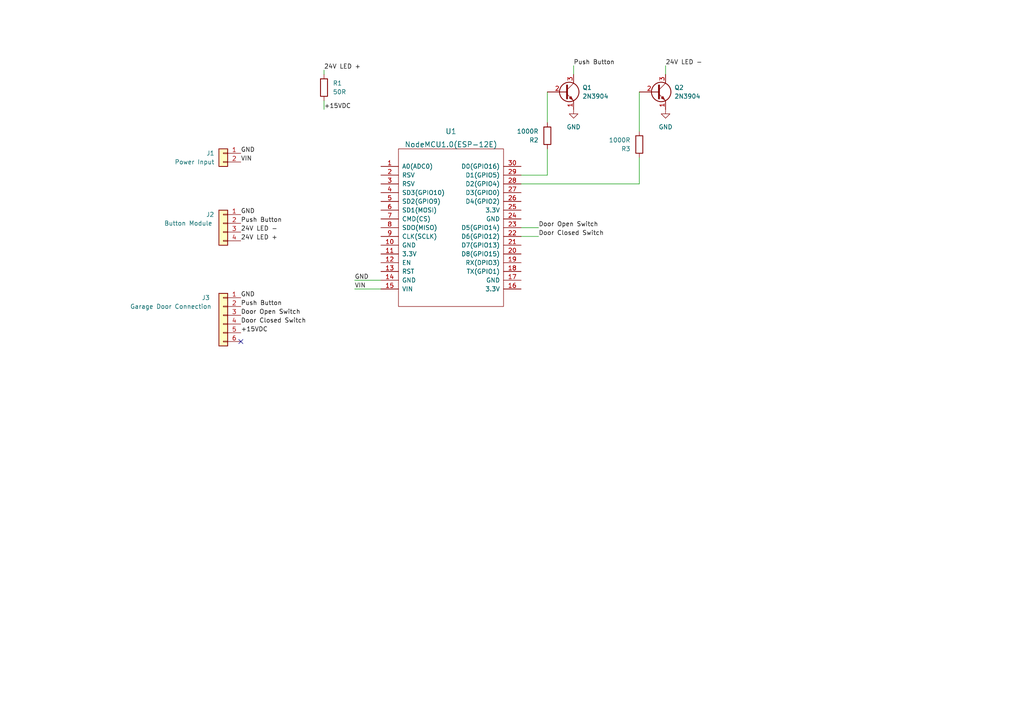
<source format=kicad_sch>
(kicad_sch (version 20211123) (generator eeschema)

  (uuid 1b4b7370-5023-400b-97c7-59a081f61bc1)

  (paper "A4")

  (lib_symbols
    (symbol "Connector_Generic:Conn_01x02" (pin_names (offset 1.016) hide) (in_bom yes) (on_board yes)
      (property "Reference" "J" (id 0) (at 0 2.54 0)
        (effects (font (size 1.27 1.27)))
      )
      (property "Value" "Conn_01x02" (id 1) (at 0 -5.08 0)
        (effects (font (size 1.27 1.27)))
      )
      (property "Footprint" "" (id 2) (at 0 0 0)
        (effects (font (size 1.27 1.27)) hide)
      )
      (property "Datasheet" "~" (id 3) (at 0 0 0)
        (effects (font (size 1.27 1.27)) hide)
      )
      (property "ki_keywords" "connector" (id 4) (at 0 0 0)
        (effects (font (size 1.27 1.27)) hide)
      )
      (property "ki_description" "Generic connector, single row, 01x02, script generated (kicad-library-utils/schlib/autogen/connector/)" (id 5) (at 0 0 0)
        (effects (font (size 1.27 1.27)) hide)
      )
      (property "ki_fp_filters" "Connector*:*_1x??_*" (id 6) (at 0 0 0)
        (effects (font (size 1.27 1.27)) hide)
      )
      (symbol "Conn_01x02_1_1"
        (rectangle (start -1.27 -2.413) (end 0 -2.667)
          (stroke (width 0.1524) (type default) (color 0 0 0 0))
          (fill (type none))
        )
        (rectangle (start -1.27 0.127) (end 0 -0.127)
          (stroke (width 0.1524) (type default) (color 0 0 0 0))
          (fill (type none))
        )
        (rectangle (start -1.27 1.27) (end 1.27 -3.81)
          (stroke (width 0.254) (type default) (color 0 0 0 0))
          (fill (type background))
        )
        (pin passive line (at -5.08 0 0) (length 3.81)
          (name "Pin_1" (effects (font (size 1.27 1.27))))
          (number "1" (effects (font (size 1.27 1.27))))
        )
        (pin passive line (at -5.08 -2.54 0) (length 3.81)
          (name "Pin_2" (effects (font (size 1.27 1.27))))
          (number "2" (effects (font (size 1.27 1.27))))
        )
      )
    )
    (symbol "Connector_Generic:Conn_01x04" (pin_names (offset 1.016) hide) (in_bom yes) (on_board yes)
      (property "Reference" "J" (id 0) (at 0 5.08 0)
        (effects (font (size 1.27 1.27)))
      )
      (property "Value" "Conn_01x04" (id 1) (at 0 -7.62 0)
        (effects (font (size 1.27 1.27)))
      )
      (property "Footprint" "" (id 2) (at 0 0 0)
        (effects (font (size 1.27 1.27)) hide)
      )
      (property "Datasheet" "~" (id 3) (at 0 0 0)
        (effects (font (size 1.27 1.27)) hide)
      )
      (property "ki_keywords" "connector" (id 4) (at 0 0 0)
        (effects (font (size 1.27 1.27)) hide)
      )
      (property "ki_description" "Generic connector, single row, 01x04, script generated (kicad-library-utils/schlib/autogen/connector/)" (id 5) (at 0 0 0)
        (effects (font (size 1.27 1.27)) hide)
      )
      (property "ki_fp_filters" "Connector*:*_1x??_*" (id 6) (at 0 0 0)
        (effects (font (size 1.27 1.27)) hide)
      )
      (symbol "Conn_01x04_1_1"
        (rectangle (start -1.27 -4.953) (end 0 -5.207)
          (stroke (width 0.1524) (type default) (color 0 0 0 0))
          (fill (type none))
        )
        (rectangle (start -1.27 -2.413) (end 0 -2.667)
          (stroke (width 0.1524) (type default) (color 0 0 0 0))
          (fill (type none))
        )
        (rectangle (start -1.27 0.127) (end 0 -0.127)
          (stroke (width 0.1524) (type default) (color 0 0 0 0))
          (fill (type none))
        )
        (rectangle (start -1.27 2.667) (end 0 2.413)
          (stroke (width 0.1524) (type default) (color 0 0 0 0))
          (fill (type none))
        )
        (rectangle (start -1.27 3.81) (end 1.27 -6.35)
          (stroke (width 0.254) (type default) (color 0 0 0 0))
          (fill (type background))
        )
        (pin passive line (at -5.08 2.54 0) (length 3.81)
          (name "Pin_1" (effects (font (size 1.27 1.27))))
          (number "1" (effects (font (size 1.27 1.27))))
        )
        (pin passive line (at -5.08 0 0) (length 3.81)
          (name "Pin_2" (effects (font (size 1.27 1.27))))
          (number "2" (effects (font (size 1.27 1.27))))
        )
        (pin passive line (at -5.08 -2.54 0) (length 3.81)
          (name "Pin_3" (effects (font (size 1.27 1.27))))
          (number "3" (effects (font (size 1.27 1.27))))
        )
        (pin passive line (at -5.08 -5.08 0) (length 3.81)
          (name "Pin_4" (effects (font (size 1.27 1.27))))
          (number "4" (effects (font (size 1.27 1.27))))
        )
      )
    )
    (symbol "Connector_Generic:Conn_01x06" (pin_names (offset 1.016) hide) (in_bom yes) (on_board yes)
      (property "Reference" "J" (id 0) (at 0 7.62 0)
        (effects (font (size 1.27 1.27)))
      )
      (property "Value" "Conn_01x06" (id 1) (at 0 -10.16 0)
        (effects (font (size 1.27 1.27)))
      )
      (property "Footprint" "" (id 2) (at 0 0 0)
        (effects (font (size 1.27 1.27)) hide)
      )
      (property "Datasheet" "~" (id 3) (at 0 0 0)
        (effects (font (size 1.27 1.27)) hide)
      )
      (property "ki_keywords" "connector" (id 4) (at 0 0 0)
        (effects (font (size 1.27 1.27)) hide)
      )
      (property "ki_description" "Generic connector, single row, 01x06, script generated (kicad-library-utils/schlib/autogen/connector/)" (id 5) (at 0 0 0)
        (effects (font (size 1.27 1.27)) hide)
      )
      (property "ki_fp_filters" "Connector*:*_1x??_*" (id 6) (at 0 0 0)
        (effects (font (size 1.27 1.27)) hide)
      )
      (symbol "Conn_01x06_1_1"
        (rectangle (start -1.27 -7.493) (end 0 -7.747)
          (stroke (width 0.1524) (type default) (color 0 0 0 0))
          (fill (type none))
        )
        (rectangle (start -1.27 -4.953) (end 0 -5.207)
          (stroke (width 0.1524) (type default) (color 0 0 0 0))
          (fill (type none))
        )
        (rectangle (start -1.27 -2.413) (end 0 -2.667)
          (stroke (width 0.1524) (type default) (color 0 0 0 0))
          (fill (type none))
        )
        (rectangle (start -1.27 0.127) (end 0 -0.127)
          (stroke (width 0.1524) (type default) (color 0 0 0 0))
          (fill (type none))
        )
        (rectangle (start -1.27 2.667) (end 0 2.413)
          (stroke (width 0.1524) (type default) (color 0 0 0 0))
          (fill (type none))
        )
        (rectangle (start -1.27 5.207) (end 0 4.953)
          (stroke (width 0.1524) (type default) (color 0 0 0 0))
          (fill (type none))
        )
        (rectangle (start -1.27 6.35) (end 1.27 -8.89)
          (stroke (width 0.254) (type default) (color 0 0 0 0))
          (fill (type background))
        )
        (pin passive line (at -5.08 5.08 0) (length 3.81)
          (name "Pin_1" (effects (font (size 1.27 1.27))))
          (number "1" (effects (font (size 1.27 1.27))))
        )
        (pin passive line (at -5.08 2.54 0) (length 3.81)
          (name "Pin_2" (effects (font (size 1.27 1.27))))
          (number "2" (effects (font (size 1.27 1.27))))
        )
        (pin passive line (at -5.08 0 0) (length 3.81)
          (name "Pin_3" (effects (font (size 1.27 1.27))))
          (number "3" (effects (font (size 1.27 1.27))))
        )
        (pin passive line (at -5.08 -2.54 0) (length 3.81)
          (name "Pin_4" (effects (font (size 1.27 1.27))))
          (number "4" (effects (font (size 1.27 1.27))))
        )
        (pin passive line (at -5.08 -5.08 0) (length 3.81)
          (name "Pin_5" (effects (font (size 1.27 1.27))))
          (number "5" (effects (font (size 1.27 1.27))))
        )
        (pin passive line (at -5.08 -7.62 0) (length 3.81)
          (name "Pin_6" (effects (font (size 1.27 1.27))))
          (number "6" (effects (font (size 1.27 1.27))))
        )
      )
    )
    (symbol "Device:R" (pin_numbers hide) (pin_names (offset 0)) (in_bom yes) (on_board yes)
      (property "Reference" "R" (id 0) (at 2.032 0 90)
        (effects (font (size 1.27 1.27)))
      )
      (property "Value" "R" (id 1) (at 0 0 90)
        (effects (font (size 1.27 1.27)))
      )
      (property "Footprint" "" (id 2) (at -1.778 0 90)
        (effects (font (size 1.27 1.27)) hide)
      )
      (property "Datasheet" "~" (id 3) (at 0 0 0)
        (effects (font (size 1.27 1.27)) hide)
      )
      (property "ki_keywords" "R res resistor" (id 4) (at 0 0 0)
        (effects (font (size 1.27 1.27)) hide)
      )
      (property "ki_description" "Resistor" (id 5) (at 0 0 0)
        (effects (font (size 1.27 1.27)) hide)
      )
      (property "ki_fp_filters" "R_*" (id 6) (at 0 0 0)
        (effects (font (size 1.27 1.27)) hide)
      )
      (symbol "R_0_1"
        (rectangle (start -1.016 -2.54) (end 1.016 2.54)
          (stroke (width 0.254) (type default) (color 0 0 0 0))
          (fill (type none))
        )
      )
      (symbol "R_1_1"
        (pin passive line (at 0 3.81 270) (length 1.27)
          (name "~" (effects (font (size 1.27 1.27))))
          (number "1" (effects (font (size 1.27 1.27))))
        )
        (pin passive line (at 0 -3.81 90) (length 1.27)
          (name "~" (effects (font (size 1.27 1.27))))
          (number "2" (effects (font (size 1.27 1.27))))
        )
      )
    )
    (symbol "ESP8266:NodeMCU1.0(ESP-12E)" (pin_names (offset 1.016)) (in_bom yes) (on_board yes)
      (property "Reference" "U" (id 0) (at 0 21.59 0)
        (effects (font (size 1.524 1.524)))
      )
      (property "Value" "NodeMCU1.0(ESP-12E)" (id 1) (at 0 -21.59 0)
        (effects (font (size 1.524 1.524)))
      )
      (property "Footprint" "" (id 2) (at -15.24 -21.59 0)
        (effects (font (size 1.524 1.524)))
      )
      (property "Datasheet" "" (id 3) (at -15.24 -21.59 0)
        (effects (font (size 1.524 1.524)))
      )
      (symbol "NodeMCU1.0(ESP-12E)_0_1"
        (rectangle (start -15.24 -22.86) (end 15.24 22.86)
          (stroke (width 0) (type default) (color 0 0 0 0))
          (fill (type none))
        )
      )
      (symbol "NodeMCU1.0(ESP-12E)_1_1"
        (pin input line (at -20.32 17.78 0) (length 5.08)
          (name "A0(ADC0)" (effects (font (size 1.27 1.27))))
          (number "1" (effects (font (size 1.27 1.27))))
        )
        (pin input line (at -20.32 -5.08 0) (length 5.08)
          (name "GND" (effects (font (size 1.27 1.27))))
          (number "10" (effects (font (size 1.27 1.27))))
        )
        (pin input line (at -20.32 -7.62 0) (length 5.08)
          (name "3.3V" (effects (font (size 1.27 1.27))))
          (number "11" (effects (font (size 1.27 1.27))))
        )
        (pin input line (at -20.32 -10.16 0) (length 5.08)
          (name "EN" (effects (font (size 1.27 1.27))))
          (number "12" (effects (font (size 1.27 1.27))))
        )
        (pin input line (at -20.32 -12.7 0) (length 5.08)
          (name "RST" (effects (font (size 1.27 1.27))))
          (number "13" (effects (font (size 1.27 1.27))))
        )
        (pin input line (at -20.32 -15.24 0) (length 5.08)
          (name "GND" (effects (font (size 1.27 1.27))))
          (number "14" (effects (font (size 1.27 1.27))))
        )
        (pin input line (at -20.32 -17.78 0) (length 5.08)
          (name "VIN" (effects (font (size 1.27 1.27))))
          (number "15" (effects (font (size 1.27 1.27))))
        )
        (pin input line (at 20.32 -17.78 180) (length 5.08)
          (name "3.3V" (effects (font (size 1.27 1.27))))
          (number "16" (effects (font (size 1.27 1.27))))
        )
        (pin input line (at 20.32 -15.24 180) (length 5.08)
          (name "GND" (effects (font (size 1.27 1.27))))
          (number "17" (effects (font (size 1.27 1.27))))
        )
        (pin input line (at 20.32 -12.7 180) (length 5.08)
          (name "TX(GPIO1)" (effects (font (size 1.27 1.27))))
          (number "18" (effects (font (size 1.27 1.27))))
        )
        (pin input line (at 20.32 -10.16 180) (length 5.08)
          (name "RX(DPIO3)" (effects (font (size 1.27 1.27))))
          (number "19" (effects (font (size 1.27 1.27))))
        )
        (pin input line (at -20.32 15.24 0) (length 5.08)
          (name "RSV" (effects (font (size 1.27 1.27))))
          (number "2" (effects (font (size 1.27 1.27))))
        )
        (pin input line (at 20.32 -7.62 180) (length 5.08)
          (name "D8(GPIO15)" (effects (font (size 1.27 1.27))))
          (number "20" (effects (font (size 1.27 1.27))))
        )
        (pin input line (at 20.32 -5.08 180) (length 5.08)
          (name "D7(GPIO13)" (effects (font (size 1.27 1.27))))
          (number "21" (effects (font (size 1.27 1.27))))
        )
        (pin input line (at 20.32 -2.54 180) (length 5.08)
          (name "D6(GPIO12)" (effects (font (size 1.27 1.27))))
          (number "22" (effects (font (size 1.27 1.27))))
        )
        (pin input line (at 20.32 0 180) (length 5.08)
          (name "D5(GPIO14)" (effects (font (size 1.27 1.27))))
          (number "23" (effects (font (size 1.27 1.27))))
        )
        (pin input line (at 20.32 2.54 180) (length 5.08)
          (name "GND" (effects (font (size 1.27 1.27))))
          (number "24" (effects (font (size 1.27 1.27))))
        )
        (pin input line (at 20.32 5.08 180) (length 5.08)
          (name "3.3V" (effects (font (size 1.27 1.27))))
          (number "25" (effects (font (size 1.27 1.27))))
        )
        (pin input line (at 20.32 7.62 180) (length 5.08)
          (name "D4(GPIO2)" (effects (font (size 1.27 1.27))))
          (number "26" (effects (font (size 1.27 1.27))))
        )
        (pin input line (at 20.32 10.16 180) (length 5.08)
          (name "D3(GPIO0)" (effects (font (size 1.27 1.27))))
          (number "27" (effects (font (size 1.27 1.27))))
        )
        (pin input line (at 20.32 12.7 180) (length 5.08)
          (name "D2(GPIO4)" (effects (font (size 1.27 1.27))))
          (number "28" (effects (font (size 1.27 1.27))))
        )
        (pin input line (at 20.32 15.24 180) (length 5.08)
          (name "D1(GPIO5)" (effects (font (size 1.27 1.27))))
          (number "29" (effects (font (size 1.27 1.27))))
        )
        (pin input line (at -20.32 12.7 0) (length 5.08)
          (name "RSV" (effects (font (size 1.27 1.27))))
          (number "3" (effects (font (size 1.27 1.27))))
        )
        (pin input line (at 20.32 17.78 180) (length 5.08)
          (name "D0(GPIO16)" (effects (font (size 1.27 1.27))))
          (number "30" (effects (font (size 1.27 1.27))))
        )
        (pin input line (at -20.32 10.16 0) (length 5.08)
          (name "SD3(GPIO10)" (effects (font (size 1.27 1.27))))
          (number "4" (effects (font (size 1.27 1.27))))
        )
        (pin input line (at -20.32 7.62 0) (length 5.08)
          (name "SD2(GPIO9)" (effects (font (size 1.27 1.27))))
          (number "5" (effects (font (size 1.27 1.27))))
        )
        (pin input line (at -20.32 5.08 0) (length 5.08)
          (name "SD1(MOSI)" (effects (font (size 1.27 1.27))))
          (number "6" (effects (font (size 1.27 1.27))))
        )
        (pin input line (at -20.32 2.54 0) (length 5.08)
          (name "CMD(CS)" (effects (font (size 1.27 1.27))))
          (number "7" (effects (font (size 1.27 1.27))))
        )
        (pin input line (at -20.32 0 0) (length 5.08)
          (name "SDO(MISO)" (effects (font (size 1.27 1.27))))
          (number "8" (effects (font (size 1.27 1.27))))
        )
        (pin input line (at -20.32 -2.54 0) (length 5.08)
          (name "CLK(SCLK)" (effects (font (size 1.27 1.27))))
          (number "9" (effects (font (size 1.27 1.27))))
        )
      )
    )
    (symbol "Transistor_BJT:2N3904" (pin_names (offset 0) hide) (in_bom yes) (on_board yes)
      (property "Reference" "Q" (id 0) (at 5.08 1.905 0)
        (effects (font (size 1.27 1.27)) (justify left))
      )
      (property "Value" "2N3904" (id 1) (at 5.08 0 0)
        (effects (font (size 1.27 1.27)) (justify left))
      )
      (property "Footprint" "Package_TO_SOT_THT:TO-92_Inline" (id 2) (at 5.08 -1.905 0)
        (effects (font (size 1.27 1.27) italic) (justify left) hide)
      )
      (property "Datasheet" "https://www.onsemi.com/pub/Collateral/2N3903-D.PDF" (id 3) (at 0 0 0)
        (effects (font (size 1.27 1.27)) (justify left) hide)
      )
      (property "ki_keywords" "NPN Transistor" (id 4) (at 0 0 0)
        (effects (font (size 1.27 1.27)) hide)
      )
      (property "ki_description" "0.2A Ic, 40V Vce, Small Signal NPN Transistor, TO-92" (id 5) (at 0 0 0)
        (effects (font (size 1.27 1.27)) hide)
      )
      (property "ki_fp_filters" "TO?92*" (id 6) (at 0 0 0)
        (effects (font (size 1.27 1.27)) hide)
      )
      (symbol "2N3904_0_1"
        (polyline
          (pts
            (xy 0.635 0.635)
            (xy 2.54 2.54)
          )
          (stroke (width 0) (type default) (color 0 0 0 0))
          (fill (type none))
        )
        (polyline
          (pts
            (xy 0.635 -0.635)
            (xy 2.54 -2.54)
            (xy 2.54 -2.54)
          )
          (stroke (width 0) (type default) (color 0 0 0 0))
          (fill (type none))
        )
        (polyline
          (pts
            (xy 0.635 1.905)
            (xy 0.635 -1.905)
            (xy 0.635 -1.905)
          )
          (stroke (width 0.508) (type default) (color 0 0 0 0))
          (fill (type none))
        )
        (polyline
          (pts
            (xy 1.27 -1.778)
            (xy 1.778 -1.27)
            (xy 2.286 -2.286)
            (xy 1.27 -1.778)
            (xy 1.27 -1.778)
          )
          (stroke (width 0) (type default) (color 0 0 0 0))
          (fill (type outline))
        )
        (circle (center 1.27 0) (radius 2.8194)
          (stroke (width 0.254) (type default) (color 0 0 0 0))
          (fill (type none))
        )
      )
      (symbol "2N3904_1_1"
        (pin passive line (at 2.54 -5.08 90) (length 2.54)
          (name "E" (effects (font (size 1.27 1.27))))
          (number "1" (effects (font (size 1.27 1.27))))
        )
        (pin passive line (at -5.08 0 0) (length 5.715)
          (name "B" (effects (font (size 1.27 1.27))))
          (number "2" (effects (font (size 1.27 1.27))))
        )
        (pin passive line (at 2.54 5.08 270) (length 2.54)
          (name "C" (effects (font (size 1.27 1.27))))
          (number "3" (effects (font (size 1.27 1.27))))
        )
      )
    )
    (symbol "power:GND" (power) (pin_names (offset 0)) (in_bom yes) (on_board yes)
      (property "Reference" "#PWR" (id 0) (at 0 -6.35 0)
        (effects (font (size 1.27 1.27)) hide)
      )
      (property "Value" "GND" (id 1) (at 0 -3.81 0)
        (effects (font (size 1.27 1.27)))
      )
      (property "Footprint" "" (id 2) (at 0 0 0)
        (effects (font (size 1.27 1.27)) hide)
      )
      (property "Datasheet" "" (id 3) (at 0 0 0)
        (effects (font (size 1.27 1.27)) hide)
      )
      (property "ki_keywords" "power-flag" (id 4) (at 0 0 0)
        (effects (font (size 1.27 1.27)) hide)
      )
      (property "ki_description" "Power symbol creates a global label with name \"GND\" , ground" (id 5) (at 0 0 0)
        (effects (font (size 1.27 1.27)) hide)
      )
      (symbol "GND_0_1"
        (polyline
          (pts
            (xy 0 0)
            (xy 0 -1.27)
            (xy 1.27 -1.27)
            (xy 0 -2.54)
            (xy -1.27 -1.27)
            (xy 0 -1.27)
          )
          (stroke (width 0) (type default) (color 0 0 0 0))
          (fill (type none))
        )
      )
      (symbol "GND_1_1"
        (pin power_in line (at 0 0 270) (length 0) hide
          (name "GND" (effects (font (size 1.27 1.27))))
          (number "1" (effects (font (size 1.27 1.27))))
        )
      )
    )
  )


  (no_connect (at 69.85 99.06) (uuid 06f8c054-2c51-4068-ac4a-58c67de9953b))

  (wire (pts (xy 93.98 31.75) (xy 93.98 29.21))
    (stroke (width 0) (type default) (color 0 0 0 0))
    (uuid 22364d5f-c6cc-446e-b2ce-e2dc7e448b22)
  )
  (wire (pts (xy 185.42 26.67) (xy 185.42 38.1))
    (stroke (width 0) (type default) (color 0 0 0 0))
    (uuid 2b7e93b6-8c08-4d73-b78f-60d8e2b5a302)
  )
  (wire (pts (xy 102.87 83.82) (xy 110.49 83.82))
    (stroke (width 0) (type default) (color 0 0 0 0))
    (uuid 37951896-e602-4a93-a616-1d322334f66c)
  )
  (wire (pts (xy 158.75 43.18) (xy 158.75 50.8))
    (stroke (width 0) (type default) (color 0 0 0 0))
    (uuid 3cd1ed8b-e141-4fde-a366-8de8c7a82341)
  )
  (wire (pts (xy 93.98 20.32) (xy 93.98 21.59))
    (stroke (width 0) (type default) (color 0 0 0 0))
    (uuid 5096b77e-4970-4ebd-9780-71100a8933a5)
  )
  (wire (pts (xy 102.87 81.28) (xy 110.49 81.28))
    (stroke (width 0) (type default) (color 0 0 0 0))
    (uuid 55683c32-043b-4382-baf2-d1f44d4fdfd7)
  )
  (wire (pts (xy 158.75 26.67) (xy 158.75 35.56))
    (stroke (width 0) (type default) (color 0 0 0 0))
    (uuid 6cfd7a7e-9710-447b-aa7e-9b99434e2417)
  )
  (wire (pts (xy 193.04 19.05) (xy 193.04 21.59))
    (stroke (width 0) (type default) (color 0 0 0 0))
    (uuid 83a18836-b371-42d1-916a-2b1549299e29)
  )
  (wire (pts (xy 166.37 19.05) (xy 166.37 21.59))
    (stroke (width 0) (type default) (color 0 0 0 0))
    (uuid 8ff6b9dd-3d4f-453c-a88a-4afb85d73a96)
  )
  (wire (pts (xy 185.42 53.34) (xy 151.13 53.34))
    (stroke (width 0) (type default) (color 0 0 0 0))
    (uuid 9200ed9e-e70c-4f0a-ae1c-8bae3c7038cf)
  )
  (wire (pts (xy 156.21 68.58) (xy 151.13 68.58))
    (stroke (width 0) (type default) (color 0 0 0 0))
    (uuid b49c4e44-f7fc-4fee-b7dd-98ac66f69409)
  )
  (wire (pts (xy 156.21 66.04) (xy 151.13 66.04))
    (stroke (width 0) (type default) (color 0 0 0 0))
    (uuid cfeb4772-0ea7-4c9d-acb3-1b52add49eb8)
  )
  (wire (pts (xy 158.75 50.8) (xy 151.13 50.8))
    (stroke (width 0) (type default) (color 0 0 0 0))
    (uuid debf013a-bfb5-4179-a9d7-50d9766bb872)
  )
  (wire (pts (xy 185.42 45.72) (xy 185.42 53.34))
    (stroke (width 0) (type default) (color 0 0 0 0))
    (uuid f379c4a5-c506-4970-8e7f-db28360c4582)
  )

  (label "Push Button" (at 69.85 64.77 0)
    (effects (font (size 1.27 1.27)) (justify left bottom))
    (uuid 0a56d4e8-a2db-4ca4-837f-9fea36e775ac)
  )
  (label "Push Button" (at 69.85 88.9 0)
    (effects (font (size 1.27 1.27)) (justify left bottom))
    (uuid 2e02a407-8f92-453e-9939-bf3cd465eae8)
  )
  (label "GND" (at 69.85 62.23 0)
    (effects (font (size 1.27 1.27)) (justify left bottom))
    (uuid 31454ae5-61ae-46d9-8159-5e7909d41844)
  )
  (label "Push Button" (at 166.37 19.05 0)
    (effects (font (size 1.27 1.27)) (justify left bottom))
    (uuid 343143a4-0372-4ce9-8503-b590bc866c6b)
  )
  (label "24V LED +" (at 69.85 69.85 0)
    (effects (font (size 1.27 1.27)) (justify left bottom))
    (uuid 34bbe859-d71e-4989-8a1c-9cd7f1f1abc3)
  )
  (label "Door Closed Switch" (at 69.85 93.98 0)
    (effects (font (size 1.27 1.27)) (justify left bottom))
    (uuid 820c6fc8-c507-4808-8dd0-39d51ef9552f)
  )
  (label "GND" (at 69.85 86.36 0)
    (effects (font (size 1.27 1.27)) (justify left bottom))
    (uuid 82d7ecdf-4975-49f2-ad01-454800c000c4)
  )
  (label "VIN" (at 69.85 46.99 0)
    (effects (font (size 1.27 1.27)) (justify left bottom))
    (uuid 8c81785f-3a08-43e9-b22c-df98d8060dd4)
  )
  (label "GND" (at 69.85 44.45 0)
    (effects (font (size 1.27 1.27)) (justify left bottom))
    (uuid a60e3ad1-ef59-4132-b7d8-55b240a0fcf3)
  )
  (label "Door Open Switch" (at 69.85 91.44 0)
    (effects (font (size 1.27 1.27)) (justify left bottom))
    (uuid a9cb6ffa-beb8-48a2-8565-6858d2ffab68)
  )
  (label "+15VDC" (at 93.98 31.75 0)
    (effects (font (size 1.27 1.27)) (justify left bottom))
    (uuid ad9cee6f-24fd-4f35-9543-eeee3302bada)
  )
  (label "24V LED -" (at 193.04 19.05 0)
    (effects (font (size 1.27 1.27)) (justify left bottom))
    (uuid b674813f-e213-44e0-aea9-ec1c119d1bab)
  )
  (label "+15VDC" (at 69.85 96.52 0)
    (effects (font (size 1.27 1.27)) (justify left bottom))
    (uuid bb0d4431-e41d-49b2-86d0-4aff83daab70)
  )
  (label "VIN" (at 102.87 83.82 0)
    (effects (font (size 1.27 1.27)) (justify left bottom))
    (uuid d0ca70cc-186b-41ad-a183-7834450a745b)
  )
  (label "24V LED +" (at 93.98 20.32 0)
    (effects (font (size 1.27 1.27)) (justify left bottom))
    (uuid d960c499-6889-4085-9f89-8b1625fd805d)
  )
  (label "Door Closed Switch" (at 156.21 68.58 0)
    (effects (font (size 1.27 1.27)) (justify left bottom))
    (uuid e2aa248e-22fb-438e-993c-10164f0bbbbe)
  )
  (label "Door Open Switch" (at 156.21 66.04 0)
    (effects (font (size 1.27 1.27)) (justify left bottom))
    (uuid ef9b091b-c6be-446f-8072-8370838f30b0)
  )
  (label "24V LED -" (at 69.85 67.31 0)
    (effects (font (size 1.27 1.27)) (justify left bottom))
    (uuid f50dfa01-1b01-41fb-82ce-ce958d24db5f)
  )
  (label "GND" (at 102.87 81.28 0)
    (effects (font (size 1.27 1.27)) (justify left bottom))
    (uuid ffcb926e-9798-453d-8d25-bf7032c34ec7)
  )

  (symbol (lib_id "Device:R") (at 158.75 39.37 180) (unit 1)
    (in_bom yes) (on_board yes) (fields_autoplaced)
    (uuid 09970d4e-4836-48a7-8840-7e4c356f5c76)
    (property "Reference" "R2" (id 0) (at 156.21 40.6401 0)
      (effects (font (size 1.27 1.27)) (justify left))
    )
    (property "Value" "1000R" (id 1) (at 156.21 38.1001 0)
      (effects (font (size 1.27 1.27)) (justify left))
    )
    (property "Footprint" "Resistor_THT:R_Bare_Metal_Element_L16.3mm_W4.8mm_P15.30mm" (id 2) (at 160.528 39.37 90)
      (effects (font (size 1.27 1.27)) hide)
    )
    (property "Datasheet" "~" (id 3) (at 158.75 39.37 0)
      (effects (font (size 1.27 1.27)) hide)
    )
    (pin "1" (uuid f179a83e-41e7-473e-82d6-9135ee59f83d))
    (pin "2" (uuid 24517a56-1760-4f09-8e64-830be3d9886f))
  )

  (symbol (lib_id "Connector_Generic:Conn_01x02") (at 64.77 44.45 0) (mirror y) (unit 1)
    (in_bom yes) (on_board yes)
    (uuid 11ee318e-cee0-4c9a-80c6-05257132e2f2)
    (property "Reference" "J1" (id 0) (at 62.23 44.4499 0)
      (effects (font (size 1.27 1.27)) (justify left))
    )
    (property "Value" "Power Input" (id 1) (at 62.23 46.9899 0)
      (effects (font (size 1.27 1.27)) (justify left))
    )
    (property "Footprint" "Connector_PinHeader_2.54mm:PinHeader_1x02_P2.54mm_Vertical" (id 2) (at 64.77 44.45 0)
      (effects (font (size 1.27 1.27)) hide)
    )
    (property "Datasheet" "~" (id 3) (at 64.77 44.45 0)
      (effects (font (size 1.27 1.27)) hide)
    )
    (pin "1" (uuid c142a5a4-09ed-4b94-b309-a83f0f97067d))
    (pin "2" (uuid 115b8acf-0ecd-450d-9a4f-f9c9a25d2987))
  )

  (symbol (lib_id "Connector_Generic:Conn_01x04") (at 64.77 64.77 0) (mirror y) (unit 1)
    (in_bom yes) (on_board yes)
    (uuid 20efce24-da8d-4ed8-aed9-056acbaa8573)
    (property "Reference" "J2" (id 0) (at 60.96 62.23 0))
    (property "Value" "Button Module" (id 1) (at 54.61 64.77 0))
    (property "Footprint" "Connector_PinHeader_2.54mm:PinHeader_1x04_P2.54mm_Vertical" (id 2) (at 64.77 64.77 0)
      (effects (font (size 1.27 1.27)) hide)
    )
    (property "Datasheet" "~" (id 3) (at 64.77 64.77 0)
      (effects (font (size 1.27 1.27)) hide)
    )
    (pin "1" (uuid fae0f09e-1e30-451a-a831-a0f79878a185))
    (pin "2" (uuid 0b39d254-fac8-477a-872a-5ebe2eb2d06e))
    (pin "3" (uuid c9ca0791-f05b-4790-a7d3-c3682320ce19))
    (pin "4" (uuid 66174511-09f8-4496-9782-ddd2fba2fdbb))
  )

  (symbol (lib_id "power:GND") (at 166.37 31.75 0) (unit 1)
    (in_bom yes) (on_board yes) (fields_autoplaced)
    (uuid 3c17405a-b15c-4e96-9b4d-2249cbcb773d)
    (property "Reference" "#PWR0102" (id 0) (at 166.37 38.1 0)
      (effects (font (size 1.27 1.27)) hide)
    )
    (property "Value" "GND" (id 1) (at 166.37 36.83 0))
    (property "Footprint" "" (id 2) (at 166.37 31.75 0)
      (effects (font (size 1.27 1.27)) hide)
    )
    (property "Datasheet" "" (id 3) (at 166.37 31.75 0)
      (effects (font (size 1.27 1.27)) hide)
    )
    (pin "1" (uuid a148220d-16f0-4c5b-8d71-36fbd0be5814))
  )

  (symbol (lib_id "Connector_Generic:Conn_01x06") (at 64.77 91.44 0) (mirror y) (unit 1)
    (in_bom yes) (on_board yes)
    (uuid 51c383cd-2524-4ff1-91a9-b1a0891b2a5d)
    (property "Reference" "J3" (id 0) (at 59.69 86.36 0))
    (property "Value" "Garage Door Connection" (id 1) (at 49.53 88.9 0))
    (property "Footprint" "Connector_PinHeader_2.54mm:PinHeader_1x06_P2.54mm_Vertical" (id 2) (at 64.77 91.44 0)
      (effects (font (size 1.27 1.27)) hide)
    )
    (property "Datasheet" "~" (id 3) (at 64.77 91.44 0)
      (effects (font (size 1.27 1.27)) hide)
    )
    (pin "1" (uuid 87835c2e-696b-4f50-ba59-d8b9afee2751))
    (pin "2" (uuid a66bd05b-d126-4b3d-9855-d639e05badb2))
    (pin "3" (uuid e52656ea-8920-4c5a-beaf-fa231dadd8f8))
    (pin "4" (uuid 92105a98-f5ba-4783-9e72-eea2b076fdda))
    (pin "5" (uuid 40c0fbac-e396-4e6b-98e5-189084cfac70))
    (pin "6" (uuid 7b1ac5c2-11f7-429a-9cee-9dc365e79ad1))
  )

  (symbol (lib_id "power:GND") (at 193.04 31.75 0) (unit 1)
    (in_bom yes) (on_board yes) (fields_autoplaced)
    (uuid 54f03233-8e28-4897-ae84-f4385365a07d)
    (property "Reference" "#PWR0103" (id 0) (at 193.04 38.1 0)
      (effects (font (size 1.27 1.27)) hide)
    )
    (property "Value" "GND" (id 1) (at 193.04 36.83 0))
    (property "Footprint" "" (id 2) (at 193.04 31.75 0)
      (effects (font (size 1.27 1.27)) hide)
    )
    (property "Datasheet" "" (id 3) (at 193.04 31.75 0)
      (effects (font (size 1.27 1.27)) hide)
    )
    (pin "1" (uuid aa739e68-04eb-4066-a177-4276046c0e1e))
  )

  (symbol (lib_id "Transistor_BJT:2N3904") (at 163.83 26.67 0) (unit 1)
    (in_bom yes) (on_board yes) (fields_autoplaced)
    (uuid 856c64ff-4eb7-44a6-902d-ff8ebf713f0a)
    (property "Reference" "Q1" (id 0) (at 168.91 25.3999 0)
      (effects (font (size 1.27 1.27)) (justify left))
    )
    (property "Value" "2N3904" (id 1) (at 168.91 27.9399 0)
      (effects (font (size 1.27 1.27)) (justify left))
    )
    (property "Footprint" "Package_TO_SOT_THT:TO-92_Inline" (id 2) (at 168.91 28.575 0)
      (effects (font (size 1.27 1.27) italic) (justify left) hide)
    )
    (property "Datasheet" "https://www.onsemi.com/pub/Collateral/2N3903-D.PDF" (id 3) (at 163.83 26.67 0)
      (effects (font (size 1.27 1.27)) (justify left) hide)
    )
    (pin "1" (uuid 5575638b-6d2d-4b9f-a652-c9cf2dba4776))
    (pin "2" (uuid 138ce8e5-f8c8-4df9-a287-fc539a31bc15))
    (pin "3" (uuid 468be3d3-a882-4c13-a1ac-09e924b91342))
  )

  (symbol (lib_id "Device:R") (at 93.98 25.4 0) (unit 1)
    (in_bom yes) (on_board yes) (fields_autoplaced)
    (uuid 8e72d7fb-ce70-4065-80e6-eb5c0dafb41d)
    (property "Reference" "R1" (id 0) (at 96.52 24.1299 0)
      (effects (font (size 1.27 1.27)) (justify left))
    )
    (property "Value" "50R" (id 1) (at 96.52 26.6699 0)
      (effects (font (size 1.27 1.27)) (justify left))
    )
    (property "Footprint" "Resistor_THT:R_Bare_Metal_Element_L16.3mm_W4.8mm_P15.30mm" (id 2) (at 92.202 25.4 90)
      (effects (font (size 1.27 1.27)) hide)
    )
    (property "Datasheet" "~" (id 3) (at 93.98 25.4 0)
      (effects (font (size 1.27 1.27)) hide)
    )
    (pin "1" (uuid 3a899891-9bb1-4b72-aa81-39d19a95c286))
    (pin "2" (uuid 591343b5-5fe4-4e6e-8630-3009e4718e7c))
  )

  (symbol (lib_id "Device:R") (at 185.42 41.91 180) (unit 1)
    (in_bom yes) (on_board yes) (fields_autoplaced)
    (uuid c58db44a-81aa-43e1-aa58-61cd9c2f8824)
    (property "Reference" "R3" (id 0) (at 182.88 43.1801 0)
      (effects (font (size 1.27 1.27)) (justify left))
    )
    (property "Value" "1000R" (id 1) (at 182.88 40.6401 0)
      (effects (font (size 1.27 1.27)) (justify left))
    )
    (property "Footprint" "Resistor_THT:R_Bare_Metal_Element_L16.3mm_W4.8mm_P15.30mm" (id 2) (at 187.198 41.91 90)
      (effects (font (size 1.27 1.27)) hide)
    )
    (property "Datasheet" "~" (id 3) (at 185.42 41.91 0)
      (effects (font (size 1.27 1.27)) hide)
    )
    (pin "1" (uuid 168901af-b5be-4461-9710-0e481d9c766a))
    (pin "2" (uuid 6280f295-936d-4e37-b83e-634147d50827))
  )

  (symbol (lib_id "ESP8266:NodeMCU1.0(ESP-12E)") (at 130.81 66.04 0) (unit 1)
    (in_bom yes) (on_board yes) (fields_autoplaced)
    (uuid c94b87c6-57df-4434-b247-0b8012ed7fb4)
    (property "Reference" "U1" (id 0) (at 130.81 38.1 0)
      (effects (font (size 1.524 1.524)))
    )
    (property "Value" "NodeMCU1.0(ESP-12E)" (id 1) (at 130.81 41.91 0)
      (effects (font (size 1.524 1.524)))
    )
    (property "Footprint" "ESP8266:NodeMCU1.0(12-E)" (id 2) (at 115.57 87.63 0)
      (effects (font (size 1.524 1.524)) hide)
    )
    (property "Datasheet" "" (id 3) (at 115.57 87.63 0)
      (effects (font (size 1.524 1.524)))
    )
    (pin "1" (uuid 8c38a731-a4ce-4235-b62a-c2e372db1fb4))
    (pin "10" (uuid bc6aff4b-e53c-4774-b8b7-f65cf7c1126f))
    (pin "11" (uuid 6df74e2f-62f8-4355-967e-ba346b9b071a))
    (pin "12" (uuid 184e421c-9e2d-41d0-bd40-36bda6245c79))
    (pin "13" (uuid df4d06d9-ac8d-4285-8681-cc873d790add))
    (pin "14" (uuid cd056d9f-7f52-4779-82d0-43e511ebb3ee))
    (pin "15" (uuid ef945484-586f-437f-9de5-30738be57028))
    (pin "16" (uuid 650b1e9a-5806-43f4-aea8-5a1108520bdf))
    (pin "17" (uuid 942d6819-8ae9-4bb5-bc1d-324b3f7dc7fe))
    (pin "18" (uuid fb25a679-ba02-4cc2-8c98-0a20c2407f12))
    (pin "19" (uuid 18e63cd0-a104-43a0-8371-39fb4b2d1396))
    (pin "2" (uuid 748b187a-5588-4780-926f-dab5366d06e9))
    (pin "20" (uuid bd448aeb-c63f-47f9-91b3-f3bf5257fd55))
    (pin "21" (uuid e0b2642b-b0ca-42cd-b0ce-6df74bef20b0))
    (pin "22" (uuid 5a8d7375-e0d2-4da9-9621-928eefdc30e6))
    (pin "23" (uuid 78e0f388-f31a-42f9-92b4-7a1308cde439))
    (pin "24" (uuid b38a0802-a84c-4db3-bae6-f21469fa3928))
    (pin "25" (uuid 38f3fd1d-a6a7-4130-82af-577bb161e33e))
    (pin "26" (uuid 586313d6-e5ce-4bf4-9e44-2b5f3ae443da))
    (pin "27" (uuid cd2abcec-89fe-4b38-b871-594f9e07bf13))
    (pin "28" (uuid f7c7ef39-0fef-460f-9454-349c642f1c8d))
    (pin "29" (uuid 0dc5461f-a61e-419e-9b9d-3093b0ad1feb))
    (pin "3" (uuid f5db1205-240f-453d-9919-f036e9a6b13e))
    (pin "30" (uuid 0d02ebd5-9c1f-4316-acaa-11bf67508ca9))
    (pin "4" (uuid e3143921-e90f-4c2f-9ce4-25207e8221d5))
    (pin "5" (uuid 430b9e55-e849-437a-884a-a767230c24a5))
    (pin "6" (uuid 5a0453ad-9c8f-4c1f-bb76-c337e9dac3fd))
    (pin "7" (uuid 825bf8c7-098e-48e7-be61-7a8c2c0666a2))
    (pin "8" (uuid af9dcaac-053d-4791-beb8-d14ecf8eb48e))
    (pin "9" (uuid e86dc1ca-a828-4307-94db-d8241e7a391f))
  )

  (symbol (lib_id "Transistor_BJT:2N3904") (at 190.5 26.67 0) (unit 1)
    (in_bom yes) (on_board yes) (fields_autoplaced)
    (uuid ec06d8d7-9a79-406f-a3b4-a6e30f4d580f)
    (property "Reference" "Q2" (id 0) (at 195.58 25.3999 0)
      (effects (font (size 1.27 1.27)) (justify left))
    )
    (property "Value" "2N3904" (id 1) (at 195.58 27.9399 0)
      (effects (font (size 1.27 1.27)) (justify left))
    )
    (property "Footprint" "Package_TO_SOT_THT:TO-92_Inline" (id 2) (at 195.58 28.575 0)
      (effects (font (size 1.27 1.27) italic) (justify left) hide)
    )
    (property "Datasheet" "https://www.onsemi.com/pub/Collateral/2N3903-D.PDF" (id 3) (at 190.5 26.67 0)
      (effects (font (size 1.27 1.27)) (justify left) hide)
    )
    (pin "1" (uuid b7f36798-8a0c-48b0-b702-cbc6ac5cec62))
    (pin "2" (uuid 32c6766b-f76e-4b53-8ddf-655f4f54919c))
    (pin "3" (uuid f07c8454-521e-4528-a3e3-916e9679f122))
  )

  (sheet_instances
    (path "/" (page "1"))
  )

  (symbol_instances
    (path "/3c17405a-b15c-4e96-9b4d-2249cbcb773d"
      (reference "#PWR0102") (unit 1) (value "GND") (footprint "")
    )
    (path "/54f03233-8e28-4897-ae84-f4385365a07d"
      (reference "#PWR0103") (unit 1) (value "GND") (footprint "")
    )
    (path "/11ee318e-cee0-4c9a-80c6-05257132e2f2"
      (reference "J1") (unit 1) (value "Power Input") (footprint "Connector_PinHeader_2.54mm:PinHeader_1x02_P2.54mm_Vertical")
    )
    (path "/20efce24-da8d-4ed8-aed9-056acbaa8573"
      (reference "J2") (unit 1) (value "Button Module") (footprint "Connector_PinHeader_2.54mm:PinHeader_1x04_P2.54mm_Vertical")
    )
    (path "/51c383cd-2524-4ff1-91a9-b1a0891b2a5d"
      (reference "J3") (unit 1) (value "Garage Door Connection") (footprint "Connector_PinHeader_2.54mm:PinHeader_1x06_P2.54mm_Vertical")
    )
    (path "/856c64ff-4eb7-44a6-902d-ff8ebf713f0a"
      (reference "Q1") (unit 1) (value "2N3904") (footprint "Package_TO_SOT_THT:TO-92_Inline")
    )
    (path "/ec06d8d7-9a79-406f-a3b4-a6e30f4d580f"
      (reference "Q2") (unit 1) (value "2N3904") (footprint "Package_TO_SOT_THT:TO-92_Inline")
    )
    (path "/8e72d7fb-ce70-4065-80e6-eb5c0dafb41d"
      (reference "R1") (unit 1) (value "50R") (footprint "Resistor_THT:R_Bare_Metal_Element_L16.3mm_W4.8mm_P15.30mm")
    )
    (path "/09970d4e-4836-48a7-8840-7e4c356f5c76"
      (reference "R2") (unit 1) (value "1000R") (footprint "Resistor_THT:R_Bare_Metal_Element_L16.3mm_W4.8mm_P15.30mm")
    )
    (path "/c58db44a-81aa-43e1-aa58-61cd9c2f8824"
      (reference "R3") (unit 1) (value "1000R") (footprint "Resistor_THT:R_Bare_Metal_Element_L16.3mm_W4.8mm_P15.30mm")
    )
    (path "/c94b87c6-57df-4434-b247-0b8012ed7fb4"
      (reference "U1") (unit 1) (value "NodeMCU1.0(ESP-12E)") (footprint "ESP8266:NodeMCU1.0(12-E)")
    )
  )
)

</source>
